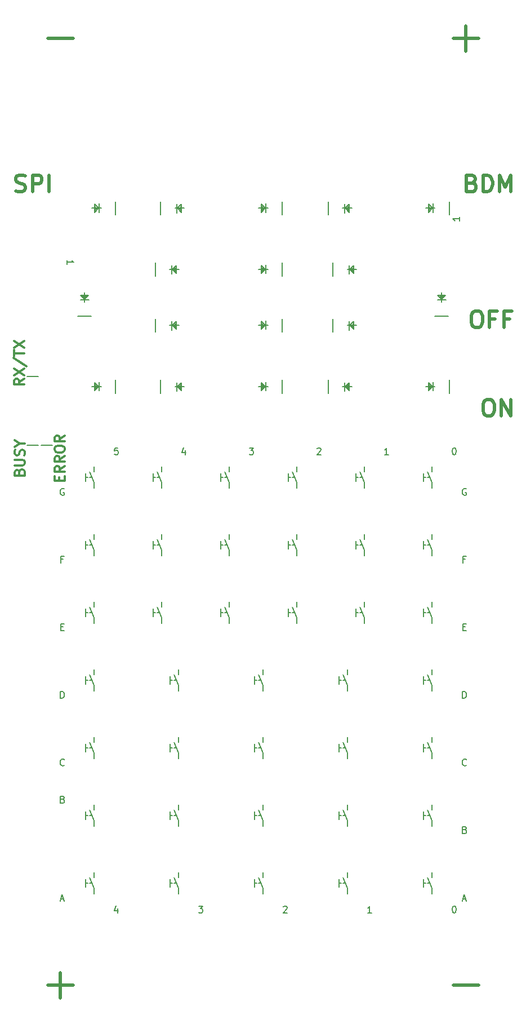
<source format=gto>
G04 (created by PCBNEW (2013-07-07 BZR 4022)-stable) date 1/4/2015 6:38:21 PM*
%MOIN*%
G04 Gerber Fmt 3.4, Leading zero omitted, Abs format*
%FSLAX34Y34*%
G01*
G70*
G90*
G04 APERTURE LIST*
%ADD10C,0.00590551*%
%ADD11C,0.011811*%
%ADD12C,0.00629921*%
%ADD13C,0.019685*%
%ADD14C,0.00787402*%
G04 APERTURE END LIST*
G54D10*
G54D11*
X27567Y-52691D02*
X27595Y-52606D01*
X27623Y-52578D01*
X27679Y-52550D01*
X27764Y-52550D01*
X27820Y-52578D01*
X27848Y-52606D01*
X27876Y-52663D01*
X27876Y-52888D01*
X27286Y-52888D01*
X27286Y-52691D01*
X27314Y-52634D01*
X27342Y-52606D01*
X27398Y-52578D01*
X27455Y-52578D01*
X27511Y-52606D01*
X27539Y-52634D01*
X27567Y-52691D01*
X27567Y-52888D01*
X27286Y-52297D02*
X27764Y-52297D01*
X27820Y-52269D01*
X27848Y-52241D01*
X27876Y-52185D01*
X27876Y-52072D01*
X27848Y-52016D01*
X27820Y-51988D01*
X27764Y-51960D01*
X27286Y-51960D01*
X27848Y-51706D02*
X27876Y-51622D01*
X27876Y-51482D01*
X27848Y-51425D01*
X27820Y-51397D01*
X27764Y-51369D01*
X27708Y-51369D01*
X27651Y-51397D01*
X27623Y-51425D01*
X27595Y-51482D01*
X27567Y-51594D01*
X27539Y-51650D01*
X27511Y-51678D01*
X27455Y-51706D01*
X27398Y-51706D01*
X27342Y-51678D01*
X27314Y-51650D01*
X27286Y-51594D01*
X27286Y-51453D01*
X27314Y-51369D01*
X27595Y-51003D02*
X27876Y-51003D01*
X27286Y-51200D02*
X27595Y-51003D01*
X27286Y-50807D01*
G54D12*
X41168Y-51265D02*
X41412Y-51265D01*
X41281Y-51415D01*
X41337Y-51415D01*
X41374Y-51434D01*
X41393Y-51453D01*
X41412Y-51490D01*
X41412Y-51584D01*
X41393Y-51621D01*
X41374Y-51640D01*
X41337Y-51659D01*
X41225Y-51659D01*
X41187Y-51640D01*
X41168Y-51621D01*
X37374Y-51396D02*
X37374Y-51659D01*
X37281Y-51246D02*
X37187Y-51528D01*
X37431Y-51528D01*
X30203Y-53684D02*
X30165Y-53665D01*
X30109Y-53665D01*
X30053Y-53684D01*
X30015Y-53721D01*
X29996Y-53759D01*
X29978Y-53834D01*
X29978Y-53890D01*
X29996Y-53965D01*
X30015Y-54003D01*
X30053Y-54040D01*
X30109Y-54059D01*
X30146Y-54059D01*
X30203Y-54040D01*
X30221Y-54021D01*
X30221Y-53890D01*
X30146Y-53890D01*
X53281Y-51265D02*
X53318Y-51265D01*
X53356Y-51284D01*
X53374Y-51303D01*
X53393Y-51340D01*
X53412Y-51415D01*
X53412Y-51509D01*
X53393Y-51584D01*
X53374Y-51621D01*
X53356Y-51640D01*
X53318Y-51659D01*
X53281Y-51659D01*
X53243Y-51640D01*
X53225Y-51621D01*
X53206Y-51584D01*
X53187Y-51509D01*
X53187Y-51415D01*
X53206Y-51340D01*
X53225Y-51303D01*
X53243Y-51284D01*
X53281Y-51265D01*
X29996Y-66059D02*
X29996Y-65665D01*
X30090Y-65665D01*
X30146Y-65684D01*
X30184Y-65721D01*
X30203Y-65759D01*
X30221Y-65834D01*
X30221Y-65890D01*
X30203Y-65965D01*
X30184Y-66003D01*
X30146Y-66040D01*
X30090Y-66059D01*
X29996Y-66059D01*
X30221Y-70021D02*
X30203Y-70040D01*
X30146Y-70059D01*
X30109Y-70059D01*
X30053Y-70040D01*
X30015Y-70003D01*
X29996Y-69965D01*
X29978Y-69890D01*
X29978Y-69834D01*
X29996Y-69759D01*
X30015Y-69721D01*
X30053Y-69684D01*
X30109Y-69665D01*
X30146Y-69665D01*
X30203Y-69684D01*
X30221Y-69703D01*
X30006Y-77946D02*
X30193Y-77946D01*
X29968Y-78059D02*
X30100Y-77665D01*
X30231Y-78059D01*
X30128Y-72053D02*
X30184Y-72071D01*
X30203Y-72090D01*
X30221Y-72128D01*
X30221Y-72184D01*
X30203Y-72221D01*
X30184Y-72240D01*
X30146Y-72259D01*
X29996Y-72259D01*
X29996Y-71865D01*
X30128Y-71865D01*
X30165Y-71884D01*
X30184Y-71903D01*
X30203Y-71940D01*
X30203Y-71978D01*
X30184Y-72015D01*
X30165Y-72034D01*
X30128Y-72053D01*
X29996Y-72053D01*
X30156Y-57853D02*
X30025Y-57853D01*
X30025Y-58059D02*
X30025Y-57665D01*
X30212Y-57665D01*
X30015Y-61853D02*
X30146Y-61853D01*
X30203Y-62059D02*
X30015Y-62059D01*
X30015Y-61665D01*
X30203Y-61665D01*
X33393Y-51265D02*
X33206Y-51265D01*
X33187Y-51453D01*
X33206Y-51434D01*
X33243Y-51415D01*
X33337Y-51415D01*
X33374Y-51434D01*
X33393Y-51453D01*
X33412Y-51490D01*
X33412Y-51584D01*
X33393Y-51621D01*
X33374Y-51640D01*
X33337Y-51659D01*
X33243Y-51659D01*
X33206Y-51640D01*
X33187Y-51621D01*
X45187Y-51303D02*
X45206Y-51284D01*
X45243Y-51265D01*
X45337Y-51265D01*
X45374Y-51284D01*
X45393Y-51303D01*
X45412Y-51340D01*
X45412Y-51378D01*
X45393Y-51434D01*
X45168Y-51659D01*
X45412Y-51659D01*
X49412Y-51659D02*
X49187Y-51659D01*
X49300Y-51659D02*
X49300Y-51265D01*
X49262Y-51321D01*
X49225Y-51359D01*
X49187Y-51378D01*
X48412Y-78759D02*
X48187Y-78759D01*
X48300Y-78759D02*
X48300Y-78365D01*
X48262Y-78421D01*
X48225Y-78459D01*
X48187Y-78478D01*
X43187Y-78403D02*
X43206Y-78384D01*
X43243Y-78365D01*
X43337Y-78365D01*
X43374Y-78384D01*
X43393Y-78403D01*
X43412Y-78440D01*
X43412Y-78478D01*
X43393Y-78534D01*
X43168Y-78759D01*
X43412Y-78759D01*
X53815Y-61853D02*
X53946Y-61853D01*
X54003Y-62059D02*
X53815Y-62059D01*
X53815Y-61665D01*
X54003Y-61665D01*
X53956Y-57853D02*
X53825Y-57853D01*
X53825Y-58059D02*
X53825Y-57665D01*
X54012Y-57665D01*
X53928Y-73853D02*
X53984Y-73871D01*
X54003Y-73890D01*
X54021Y-73928D01*
X54021Y-73984D01*
X54003Y-74021D01*
X53984Y-74040D01*
X53946Y-74059D01*
X53796Y-74059D01*
X53796Y-73665D01*
X53928Y-73665D01*
X53965Y-73684D01*
X53984Y-73703D01*
X54003Y-73740D01*
X54003Y-73778D01*
X53984Y-73815D01*
X53965Y-73834D01*
X53928Y-73853D01*
X53796Y-73853D01*
X53806Y-77946D02*
X53993Y-77946D01*
X53768Y-78059D02*
X53900Y-77665D01*
X54031Y-78059D01*
X54021Y-70021D02*
X54003Y-70040D01*
X53946Y-70059D01*
X53909Y-70059D01*
X53853Y-70040D01*
X53815Y-70003D01*
X53796Y-69965D01*
X53778Y-69890D01*
X53778Y-69834D01*
X53796Y-69759D01*
X53815Y-69721D01*
X53853Y-69684D01*
X53909Y-69665D01*
X53946Y-69665D01*
X54003Y-69684D01*
X54021Y-69703D01*
X53796Y-66059D02*
X53796Y-65665D01*
X53890Y-65665D01*
X53946Y-65684D01*
X53984Y-65721D01*
X54003Y-65759D01*
X54021Y-65834D01*
X54021Y-65890D01*
X54003Y-65965D01*
X53984Y-66003D01*
X53946Y-66040D01*
X53890Y-66059D01*
X53796Y-66059D01*
X53281Y-78365D02*
X53318Y-78365D01*
X53356Y-78384D01*
X53374Y-78403D01*
X53393Y-78440D01*
X53412Y-78515D01*
X53412Y-78609D01*
X53393Y-78684D01*
X53374Y-78721D01*
X53356Y-78740D01*
X53318Y-78759D01*
X53281Y-78759D01*
X53243Y-78740D01*
X53225Y-78721D01*
X53206Y-78684D01*
X53187Y-78609D01*
X53187Y-78515D01*
X53206Y-78440D01*
X53225Y-78403D01*
X53243Y-78384D01*
X53281Y-78365D01*
X54003Y-53684D02*
X53965Y-53665D01*
X53909Y-53665D01*
X53853Y-53684D01*
X53815Y-53721D01*
X53796Y-53759D01*
X53778Y-53834D01*
X53778Y-53890D01*
X53796Y-53965D01*
X53815Y-54003D01*
X53853Y-54040D01*
X53909Y-54059D01*
X53946Y-54059D01*
X54003Y-54040D01*
X54021Y-54021D01*
X54021Y-53890D01*
X53946Y-53890D01*
X33374Y-78496D02*
X33374Y-78759D01*
X33281Y-78346D02*
X33187Y-78628D01*
X33431Y-78628D01*
X38168Y-78365D02*
X38412Y-78365D01*
X38281Y-78515D01*
X38337Y-78515D01*
X38374Y-78534D01*
X38393Y-78553D01*
X38412Y-78590D01*
X38412Y-78684D01*
X38393Y-78721D01*
X38374Y-78740D01*
X38337Y-78759D01*
X38225Y-78759D01*
X38187Y-78740D01*
X38168Y-78721D01*
X53623Y-37604D02*
X53623Y-37829D01*
X53623Y-37716D02*
X53230Y-37716D01*
X53286Y-37754D01*
X53323Y-37791D01*
X53342Y-37829D01*
X30391Y-40388D02*
X30391Y-40163D01*
X30391Y-40275D02*
X30785Y-40275D01*
X30729Y-40238D01*
X30691Y-40200D01*
X30673Y-40163D01*
G54D13*
X53250Y-83046D02*
X54749Y-83046D01*
X29250Y-27046D02*
X30749Y-27046D01*
X29250Y-83046D02*
X30749Y-83046D01*
X30000Y-83796D02*
X30000Y-82296D01*
X53250Y-27046D02*
X54749Y-27046D01*
X54000Y-27796D02*
X54000Y-26296D01*
G54D11*
X27837Y-47173D02*
X27556Y-47370D01*
X27837Y-47511D02*
X27246Y-47511D01*
X27246Y-47286D01*
X27275Y-47230D01*
X27303Y-47201D01*
X27359Y-47173D01*
X27443Y-47173D01*
X27500Y-47201D01*
X27528Y-47230D01*
X27556Y-47286D01*
X27556Y-47511D01*
X27246Y-46976D02*
X27837Y-46583D01*
X27246Y-46583D02*
X27837Y-46976D01*
X27218Y-45936D02*
X27978Y-46442D01*
X27246Y-45823D02*
X27246Y-45486D01*
X27837Y-45655D02*
X27246Y-45655D01*
X27246Y-45345D02*
X27837Y-44952D01*
X27246Y-44952D02*
X27837Y-45345D01*
X29929Y-53211D02*
X29929Y-53014D01*
X30239Y-52930D02*
X30239Y-53211D01*
X29648Y-53211D01*
X29648Y-52930D01*
X30239Y-52339D02*
X29957Y-52536D01*
X30239Y-52677D02*
X29648Y-52677D01*
X29648Y-52452D01*
X29676Y-52395D01*
X29704Y-52367D01*
X29760Y-52339D01*
X29845Y-52339D01*
X29901Y-52367D01*
X29929Y-52395D01*
X29957Y-52452D01*
X29957Y-52677D01*
X30239Y-51749D02*
X29957Y-51946D01*
X30239Y-52086D02*
X29648Y-52086D01*
X29648Y-51861D01*
X29676Y-51805D01*
X29704Y-51777D01*
X29760Y-51749D01*
X29845Y-51749D01*
X29901Y-51777D01*
X29929Y-51805D01*
X29957Y-51861D01*
X29957Y-52086D01*
X29648Y-51383D02*
X29648Y-51271D01*
X29676Y-51214D01*
X29732Y-51158D01*
X29845Y-51130D01*
X30042Y-51130D01*
X30154Y-51158D01*
X30210Y-51214D01*
X30239Y-51271D01*
X30239Y-51383D01*
X30210Y-51439D01*
X30154Y-51496D01*
X30042Y-51524D01*
X29845Y-51524D01*
X29732Y-51496D01*
X29676Y-51439D01*
X29648Y-51383D01*
X30239Y-50539D02*
X29957Y-50736D01*
X30239Y-50877D02*
X29648Y-50877D01*
X29648Y-50652D01*
X29676Y-50596D01*
X29704Y-50568D01*
X29760Y-50539D01*
X29845Y-50539D01*
X29901Y-50568D01*
X29929Y-50596D01*
X29957Y-50652D01*
X29957Y-50877D01*
G54D13*
X27352Y-36060D02*
X27493Y-36107D01*
X27727Y-36107D01*
X27821Y-36060D01*
X27868Y-36013D01*
X27915Y-35919D01*
X27915Y-35825D01*
X27868Y-35732D01*
X27821Y-35685D01*
X27727Y-35638D01*
X27540Y-35591D01*
X27446Y-35544D01*
X27399Y-35497D01*
X27352Y-35404D01*
X27352Y-35310D01*
X27399Y-35216D01*
X27446Y-35169D01*
X27540Y-35122D01*
X27774Y-35122D01*
X27915Y-35169D01*
X28337Y-36107D02*
X28337Y-35122D01*
X28712Y-35122D01*
X28805Y-35169D01*
X28852Y-35216D01*
X28899Y-35310D01*
X28899Y-35450D01*
X28852Y-35544D01*
X28805Y-35591D01*
X28712Y-35638D01*
X28337Y-35638D01*
X29321Y-36107D02*
X29321Y-35122D01*
X54358Y-35591D02*
X54499Y-35638D01*
X54546Y-35685D01*
X54593Y-35778D01*
X54593Y-35919D01*
X54546Y-36013D01*
X54499Y-36060D01*
X54405Y-36107D01*
X54030Y-36107D01*
X54030Y-35122D01*
X54358Y-35122D01*
X54452Y-35169D01*
X54499Y-35216D01*
X54546Y-35310D01*
X54546Y-35404D01*
X54499Y-35497D01*
X54452Y-35544D01*
X54358Y-35591D01*
X54030Y-35591D01*
X55014Y-36107D02*
X55014Y-35122D01*
X55249Y-35122D01*
X55389Y-35169D01*
X55483Y-35263D01*
X55530Y-35357D01*
X55577Y-35544D01*
X55577Y-35685D01*
X55530Y-35872D01*
X55483Y-35966D01*
X55389Y-36060D01*
X55249Y-36107D01*
X55014Y-36107D01*
X55999Y-36107D02*
X55999Y-35122D01*
X56327Y-35825D01*
X56655Y-35122D01*
X56655Y-36107D01*
X55249Y-48390D02*
X55436Y-48390D01*
X55530Y-48437D01*
X55624Y-48531D01*
X55671Y-48718D01*
X55671Y-49046D01*
X55624Y-49234D01*
X55530Y-49327D01*
X55436Y-49374D01*
X55249Y-49374D01*
X55155Y-49327D01*
X55061Y-49234D01*
X55014Y-49046D01*
X55014Y-48718D01*
X55061Y-48531D01*
X55155Y-48437D01*
X55249Y-48390D01*
X56092Y-49374D02*
X56092Y-48390D01*
X56655Y-49374D01*
X56655Y-48390D01*
X54553Y-43154D02*
X54741Y-43154D01*
X54835Y-43201D01*
X54928Y-43294D01*
X54975Y-43482D01*
X54975Y-43810D01*
X54928Y-43997D01*
X54835Y-44091D01*
X54741Y-44138D01*
X54553Y-44138D01*
X54460Y-44091D01*
X54366Y-43997D01*
X54319Y-43810D01*
X54319Y-43482D01*
X54366Y-43294D01*
X54460Y-43201D01*
X54553Y-43154D01*
X55725Y-43622D02*
X55397Y-43622D01*
X55397Y-44138D02*
X55397Y-43154D01*
X55866Y-43154D01*
X56569Y-43622D02*
X56241Y-43622D01*
X56241Y-44138D02*
X56241Y-43154D01*
X56709Y-43154D01*
G54D14*
X46122Y-41102D02*
X46122Y-40314D01*
X47519Y-40708D02*
X46968Y-40708D01*
X47086Y-40984D02*
X47086Y-40472D01*
X47244Y-40767D02*
X47244Y-40649D01*
X47302Y-40590D02*
X47302Y-40826D01*
X47362Y-40944D02*
X47362Y-40472D01*
X47362Y-40472D02*
X47126Y-40708D01*
X47126Y-40708D02*
X47362Y-40944D01*
X35610Y-44409D02*
X35610Y-43622D01*
X37007Y-44015D02*
X36456Y-44015D01*
X36574Y-44291D02*
X36574Y-43779D01*
X36732Y-44075D02*
X36732Y-43957D01*
X36790Y-43897D02*
X36790Y-44133D01*
X36850Y-44251D02*
X36850Y-43779D01*
X36850Y-43779D02*
X36614Y-44015D01*
X36614Y-44015D02*
X36850Y-44251D01*
X53011Y-47244D02*
X53011Y-48031D01*
X51614Y-47637D02*
X52165Y-47637D01*
X52047Y-47362D02*
X52047Y-47874D01*
X51889Y-47578D02*
X51889Y-47696D01*
X51831Y-47755D02*
X51831Y-47519D01*
X51771Y-47401D02*
X51771Y-47873D01*
X51771Y-47873D02*
X52007Y-47637D01*
X52007Y-47637D02*
X51771Y-47401D01*
X45846Y-48031D02*
X45846Y-47244D01*
X47244Y-47637D02*
X46692Y-47637D01*
X46811Y-47913D02*
X46811Y-47401D01*
X46968Y-47697D02*
X46968Y-47579D01*
X47027Y-47519D02*
X47027Y-47755D01*
X47086Y-47873D02*
X47086Y-47401D01*
X47086Y-47401D02*
X46850Y-47637D01*
X46850Y-47637D02*
X47086Y-47873D01*
X43129Y-47244D02*
X43129Y-48031D01*
X41732Y-47637D02*
X42283Y-47637D01*
X42165Y-47362D02*
X42165Y-47874D01*
X42007Y-47578D02*
X42007Y-47696D01*
X41949Y-47755D02*
X41949Y-47519D01*
X41889Y-47401D02*
X41889Y-47873D01*
X41889Y-47873D02*
X42125Y-47637D01*
X42125Y-47637D02*
X41889Y-47401D01*
X35925Y-48031D02*
X35925Y-47244D01*
X37322Y-47637D02*
X36771Y-47637D01*
X36889Y-47913D02*
X36889Y-47401D01*
X37047Y-47697D02*
X37047Y-47579D01*
X37105Y-47519D02*
X37105Y-47755D01*
X37165Y-47873D02*
X37165Y-47401D01*
X37165Y-47401D02*
X36929Y-47637D01*
X36929Y-47637D02*
X37165Y-47873D01*
X33248Y-47244D02*
X33248Y-48031D01*
X31850Y-47637D02*
X32401Y-47637D01*
X32283Y-47362D02*
X32283Y-47874D01*
X32125Y-47578D02*
X32125Y-47696D01*
X32067Y-47755D02*
X32067Y-47519D01*
X32007Y-47401D02*
X32007Y-47873D01*
X32007Y-47873D02*
X32243Y-47637D01*
X32243Y-47637D02*
X32007Y-47401D01*
X52952Y-43484D02*
X52165Y-43484D01*
X52559Y-42086D02*
X52559Y-42637D01*
X52834Y-42519D02*
X52322Y-42519D01*
X52618Y-42362D02*
X52500Y-42362D01*
X52441Y-42303D02*
X52677Y-42303D01*
X52795Y-42244D02*
X52323Y-42244D01*
X52323Y-42244D02*
X52559Y-42480D01*
X52559Y-42480D02*
X52795Y-42244D01*
X43129Y-40314D02*
X43129Y-41102D01*
X41732Y-40708D02*
X42283Y-40708D01*
X42165Y-40433D02*
X42165Y-40944D01*
X42007Y-40649D02*
X42007Y-40767D01*
X41949Y-40826D02*
X41949Y-40590D01*
X41889Y-40472D02*
X41889Y-40944D01*
X41889Y-40944D02*
X42125Y-40708D01*
X42125Y-40708D02*
X41889Y-40472D01*
X35610Y-41102D02*
X35610Y-40314D01*
X37007Y-40708D02*
X36456Y-40708D01*
X36574Y-40984D02*
X36574Y-40472D01*
X36732Y-40767D02*
X36732Y-40649D01*
X36790Y-40590D02*
X36790Y-40826D01*
X36850Y-40944D02*
X36850Y-40472D01*
X36850Y-40472D02*
X36614Y-40708D01*
X36614Y-40708D02*
X36850Y-40944D01*
X31811Y-43484D02*
X31023Y-43484D01*
X31417Y-42086D02*
X31417Y-42637D01*
X31692Y-42519D02*
X31181Y-42519D01*
X31476Y-42362D02*
X31358Y-42362D01*
X31299Y-42303D02*
X31535Y-42303D01*
X31653Y-42244D02*
X31181Y-42244D01*
X31181Y-42244D02*
X31417Y-42480D01*
X31417Y-42480D02*
X31653Y-42244D01*
X53011Y-36692D02*
X53011Y-37480D01*
X51614Y-37086D02*
X52165Y-37086D01*
X52047Y-36811D02*
X52047Y-37322D01*
X51889Y-37027D02*
X51889Y-37145D01*
X51831Y-37204D02*
X51831Y-36968D01*
X51771Y-36850D02*
X51771Y-37322D01*
X51771Y-37322D02*
X52007Y-37086D01*
X52007Y-37086D02*
X51771Y-36850D01*
X45846Y-37480D02*
X45846Y-36692D01*
X47244Y-37086D02*
X46692Y-37086D01*
X46811Y-37362D02*
X46811Y-36850D01*
X46968Y-37145D02*
X46968Y-37027D01*
X47027Y-36968D02*
X47027Y-37204D01*
X47086Y-37322D02*
X47086Y-36850D01*
X47086Y-36850D02*
X46850Y-37086D01*
X46850Y-37086D02*
X47086Y-37322D01*
X43129Y-36692D02*
X43129Y-37480D01*
X41732Y-37086D02*
X42283Y-37086D01*
X42165Y-36811D02*
X42165Y-37322D01*
X42007Y-37027D02*
X42007Y-37145D01*
X41949Y-37204D02*
X41949Y-36968D01*
X41889Y-36850D02*
X41889Y-37322D01*
X41889Y-37322D02*
X42125Y-37086D01*
X42125Y-37086D02*
X41889Y-36850D01*
X35925Y-37480D02*
X35925Y-36692D01*
X37322Y-37086D02*
X36771Y-37086D01*
X36889Y-37362D02*
X36889Y-36850D01*
X37047Y-37145D02*
X37047Y-37027D01*
X37105Y-36968D02*
X37105Y-37204D01*
X37165Y-37322D02*
X37165Y-36850D01*
X37165Y-36850D02*
X36929Y-37086D01*
X36929Y-37086D02*
X37165Y-37322D01*
X33248Y-36692D02*
X33248Y-37480D01*
X31850Y-37086D02*
X32401Y-37086D01*
X32283Y-36811D02*
X32283Y-37322D01*
X32125Y-37027D02*
X32125Y-37145D01*
X32067Y-37204D02*
X32067Y-36968D01*
X32007Y-36850D02*
X32007Y-37322D01*
X32007Y-37322D02*
X32243Y-37086D01*
X32243Y-37086D02*
X32007Y-36850D01*
X43129Y-43622D02*
X43129Y-44409D01*
X41732Y-44015D02*
X42283Y-44015D01*
X42165Y-43740D02*
X42165Y-44251D01*
X42007Y-43956D02*
X42007Y-44074D01*
X41949Y-44133D02*
X41949Y-43897D01*
X41889Y-43779D02*
X41889Y-44251D01*
X41889Y-44251D02*
X42125Y-44015D01*
X42125Y-44015D02*
X41889Y-43779D01*
X46122Y-44409D02*
X46122Y-43622D01*
X47519Y-44015D02*
X46968Y-44015D01*
X47086Y-44291D02*
X47086Y-43779D01*
X47244Y-44075D02*
X47244Y-43957D01*
X47302Y-43897D02*
X47302Y-44133D01*
X47362Y-44251D02*
X47362Y-43779D01*
X47362Y-43779D02*
X47126Y-44015D01*
X47126Y-44015D02*
X47362Y-44251D01*
X28681Y-47047D02*
X28011Y-47047D01*
X28011Y-51102D02*
X28681Y-51102D01*
X28838Y-51102D02*
X29507Y-51102D01*
X41606Y-73000D02*
X41488Y-73000D01*
X41724Y-73000D02*
X41842Y-73000D01*
X41488Y-73236D02*
X41488Y-72763D01*
X42000Y-73314D02*
X41724Y-72685D01*
X42000Y-72370D02*
X42000Y-72685D01*
X42000Y-73629D02*
X42000Y-73314D01*
X41606Y-77000D02*
X41488Y-77000D01*
X41724Y-77000D02*
X41842Y-77000D01*
X41488Y-77236D02*
X41488Y-76763D01*
X42000Y-77314D02*
X41724Y-76685D01*
X42000Y-76370D02*
X42000Y-76685D01*
X42000Y-77629D02*
X42000Y-77314D01*
X36606Y-77000D02*
X36488Y-77000D01*
X36724Y-77000D02*
X36842Y-77000D01*
X36488Y-77236D02*
X36488Y-76763D01*
X37000Y-77314D02*
X36724Y-76685D01*
X37000Y-76370D02*
X37000Y-76685D01*
X37000Y-77629D02*
X37000Y-77314D01*
X31606Y-77000D02*
X31488Y-77000D01*
X31724Y-77000D02*
X31842Y-77000D01*
X31488Y-77236D02*
X31488Y-76763D01*
X32000Y-77314D02*
X31724Y-76685D01*
X32000Y-76370D02*
X32000Y-76685D01*
X32000Y-77629D02*
X32000Y-77314D01*
X31606Y-53000D02*
X31488Y-53000D01*
X31724Y-53000D02*
X31842Y-53000D01*
X31488Y-53236D02*
X31488Y-52763D01*
X32000Y-53314D02*
X31724Y-52685D01*
X32000Y-52370D02*
X32000Y-52685D01*
X32000Y-53629D02*
X32000Y-53314D01*
X36606Y-69000D02*
X36488Y-69000D01*
X36724Y-69000D02*
X36842Y-69000D01*
X36488Y-69236D02*
X36488Y-68763D01*
X37000Y-69314D02*
X36724Y-68685D01*
X37000Y-68370D02*
X37000Y-68685D01*
X37000Y-69629D02*
X37000Y-69314D01*
X36606Y-65000D02*
X36488Y-65000D01*
X36724Y-65000D02*
X36842Y-65000D01*
X36488Y-65236D02*
X36488Y-64763D01*
X37000Y-65314D02*
X36724Y-64685D01*
X37000Y-64370D02*
X37000Y-64685D01*
X37000Y-65629D02*
X37000Y-65314D01*
X39606Y-61000D02*
X39488Y-61000D01*
X39724Y-61000D02*
X39842Y-61000D01*
X39488Y-61236D02*
X39488Y-60763D01*
X40000Y-61314D02*
X39724Y-60685D01*
X40000Y-60370D02*
X40000Y-60685D01*
X40000Y-61629D02*
X40000Y-61314D01*
X31606Y-73000D02*
X31488Y-73000D01*
X31724Y-73000D02*
X31842Y-73000D01*
X31488Y-73236D02*
X31488Y-72763D01*
X32000Y-73314D02*
X31724Y-72685D01*
X32000Y-72370D02*
X32000Y-72685D01*
X32000Y-73629D02*
X32000Y-73314D01*
X31606Y-69000D02*
X31488Y-69000D01*
X31724Y-69000D02*
X31842Y-69000D01*
X31488Y-69236D02*
X31488Y-68763D01*
X32000Y-69314D02*
X31724Y-68685D01*
X32000Y-68370D02*
X32000Y-68685D01*
X32000Y-69629D02*
X32000Y-69314D01*
X36606Y-73000D02*
X36488Y-73000D01*
X36724Y-73000D02*
X36842Y-73000D01*
X36488Y-73236D02*
X36488Y-72763D01*
X37000Y-73314D02*
X36724Y-72685D01*
X37000Y-72370D02*
X37000Y-72685D01*
X37000Y-73629D02*
X37000Y-73314D01*
X35606Y-53000D02*
X35488Y-53000D01*
X35724Y-53000D02*
X35842Y-53000D01*
X35488Y-53236D02*
X35488Y-52763D01*
X36000Y-53314D02*
X35724Y-52685D01*
X36000Y-52370D02*
X36000Y-52685D01*
X36000Y-53629D02*
X36000Y-53314D01*
X39606Y-53000D02*
X39488Y-53000D01*
X39724Y-53000D02*
X39842Y-53000D01*
X39488Y-53236D02*
X39488Y-52763D01*
X40000Y-53314D02*
X39724Y-52685D01*
X40000Y-52370D02*
X40000Y-52685D01*
X40000Y-53629D02*
X40000Y-53314D01*
X47606Y-57000D02*
X47488Y-57000D01*
X47724Y-57000D02*
X47842Y-57000D01*
X47488Y-57236D02*
X47488Y-56763D01*
X48000Y-57314D02*
X47724Y-56685D01*
X48000Y-56370D02*
X48000Y-56685D01*
X48000Y-57629D02*
X48000Y-57314D01*
X47606Y-61000D02*
X47488Y-61000D01*
X47724Y-61000D02*
X47842Y-61000D01*
X47488Y-61236D02*
X47488Y-60763D01*
X48000Y-61314D02*
X47724Y-60685D01*
X48000Y-60370D02*
X48000Y-60685D01*
X48000Y-61629D02*
X48000Y-61314D01*
X46606Y-65000D02*
X46488Y-65000D01*
X46724Y-65000D02*
X46842Y-65000D01*
X46488Y-65236D02*
X46488Y-64763D01*
X47000Y-65314D02*
X46724Y-64685D01*
X47000Y-64370D02*
X47000Y-64685D01*
X47000Y-65629D02*
X47000Y-65314D01*
X41606Y-69000D02*
X41488Y-69000D01*
X41724Y-69000D02*
X41842Y-69000D01*
X41488Y-69236D02*
X41488Y-68763D01*
X42000Y-69314D02*
X41724Y-68685D01*
X42000Y-68370D02*
X42000Y-68685D01*
X42000Y-69629D02*
X42000Y-69314D01*
X31606Y-65000D02*
X31488Y-65000D01*
X31724Y-65000D02*
X31842Y-65000D01*
X31488Y-65236D02*
X31488Y-64763D01*
X32000Y-65314D02*
X31724Y-64685D01*
X32000Y-64370D02*
X32000Y-64685D01*
X32000Y-65629D02*
X32000Y-65314D01*
X41606Y-65000D02*
X41488Y-65000D01*
X41724Y-65000D02*
X41842Y-65000D01*
X41488Y-65236D02*
X41488Y-64763D01*
X42000Y-65314D02*
X41724Y-64685D01*
X42000Y-64370D02*
X42000Y-64685D01*
X42000Y-65629D02*
X42000Y-65314D01*
X43606Y-61000D02*
X43488Y-61000D01*
X43724Y-61000D02*
X43842Y-61000D01*
X43488Y-61236D02*
X43488Y-60763D01*
X44000Y-61314D02*
X43724Y-60685D01*
X44000Y-60370D02*
X44000Y-60685D01*
X44000Y-61629D02*
X44000Y-61314D01*
X43606Y-57000D02*
X43488Y-57000D01*
X43724Y-57000D02*
X43842Y-57000D01*
X43488Y-57236D02*
X43488Y-56763D01*
X44000Y-57314D02*
X43724Y-56685D01*
X44000Y-56370D02*
X44000Y-56685D01*
X44000Y-57629D02*
X44000Y-57314D01*
X46606Y-77000D02*
X46488Y-77000D01*
X46724Y-77000D02*
X46842Y-77000D01*
X46488Y-77236D02*
X46488Y-76763D01*
X47000Y-77314D02*
X46724Y-76685D01*
X47000Y-76370D02*
X47000Y-76685D01*
X47000Y-77629D02*
X47000Y-77314D01*
X46606Y-69000D02*
X46488Y-69000D01*
X46724Y-69000D02*
X46842Y-69000D01*
X46488Y-69236D02*
X46488Y-68763D01*
X47000Y-69314D02*
X46724Y-68685D01*
X47000Y-68370D02*
X47000Y-68685D01*
X47000Y-69629D02*
X47000Y-69314D01*
X46606Y-73000D02*
X46488Y-73000D01*
X46724Y-73000D02*
X46842Y-73000D01*
X46488Y-73236D02*
X46488Y-72763D01*
X47000Y-73314D02*
X46724Y-72685D01*
X47000Y-72370D02*
X47000Y-72685D01*
X47000Y-73629D02*
X47000Y-73314D01*
X43606Y-53000D02*
X43488Y-53000D01*
X43724Y-53000D02*
X43842Y-53000D01*
X43488Y-53236D02*
X43488Y-52763D01*
X44000Y-53314D02*
X43724Y-52685D01*
X44000Y-52370D02*
X44000Y-52685D01*
X44000Y-53629D02*
X44000Y-53314D01*
X51606Y-77000D02*
X51488Y-77000D01*
X51724Y-77000D02*
X51842Y-77000D01*
X51488Y-77236D02*
X51488Y-76763D01*
X52000Y-77314D02*
X51724Y-76685D01*
X52000Y-76370D02*
X52000Y-76685D01*
X52000Y-77629D02*
X52000Y-77314D01*
X51606Y-73000D02*
X51488Y-73000D01*
X51724Y-73000D02*
X51842Y-73000D01*
X51488Y-73236D02*
X51488Y-72763D01*
X52000Y-73314D02*
X51724Y-72685D01*
X52000Y-72370D02*
X52000Y-72685D01*
X52000Y-73629D02*
X52000Y-73314D01*
X51606Y-69000D02*
X51488Y-69000D01*
X51724Y-69000D02*
X51842Y-69000D01*
X51488Y-69236D02*
X51488Y-68763D01*
X52000Y-69314D02*
X51724Y-68685D01*
X52000Y-68370D02*
X52000Y-68685D01*
X52000Y-69629D02*
X52000Y-69314D01*
X51606Y-65000D02*
X51488Y-65000D01*
X51724Y-65000D02*
X51842Y-65000D01*
X51488Y-65236D02*
X51488Y-64763D01*
X52000Y-65314D02*
X51724Y-64685D01*
X52000Y-64370D02*
X52000Y-64685D01*
X52000Y-65629D02*
X52000Y-65314D01*
X51606Y-61000D02*
X51488Y-61000D01*
X51724Y-61000D02*
X51842Y-61000D01*
X51488Y-61236D02*
X51488Y-60763D01*
X52000Y-61314D02*
X51724Y-60685D01*
X52000Y-60370D02*
X52000Y-60685D01*
X52000Y-61629D02*
X52000Y-61314D01*
X51606Y-53000D02*
X51488Y-53000D01*
X51724Y-53000D02*
X51842Y-53000D01*
X51488Y-53236D02*
X51488Y-52763D01*
X52000Y-53314D02*
X51724Y-52685D01*
X52000Y-52370D02*
X52000Y-52685D01*
X52000Y-53629D02*
X52000Y-53314D01*
X51606Y-57000D02*
X51488Y-57000D01*
X51724Y-57000D02*
X51842Y-57000D01*
X51488Y-57236D02*
X51488Y-56763D01*
X52000Y-57314D02*
X51724Y-56685D01*
X52000Y-56370D02*
X52000Y-56685D01*
X52000Y-57629D02*
X52000Y-57314D01*
X39606Y-57000D02*
X39488Y-57000D01*
X39724Y-57000D02*
X39842Y-57000D01*
X39488Y-57236D02*
X39488Y-56763D01*
X40000Y-57314D02*
X39724Y-56685D01*
X40000Y-56370D02*
X40000Y-56685D01*
X40000Y-57629D02*
X40000Y-57314D01*
X35606Y-57000D02*
X35488Y-57000D01*
X35724Y-57000D02*
X35842Y-57000D01*
X35488Y-57236D02*
X35488Y-56763D01*
X36000Y-57314D02*
X35724Y-56685D01*
X36000Y-56370D02*
X36000Y-56685D01*
X36000Y-57629D02*
X36000Y-57314D01*
X35606Y-61000D02*
X35488Y-61000D01*
X35724Y-61000D02*
X35842Y-61000D01*
X35488Y-61236D02*
X35488Y-60763D01*
X36000Y-61314D02*
X35724Y-60685D01*
X36000Y-60370D02*
X36000Y-60685D01*
X36000Y-61629D02*
X36000Y-61314D01*
X31606Y-61000D02*
X31488Y-61000D01*
X31724Y-61000D02*
X31842Y-61000D01*
X31488Y-61236D02*
X31488Y-60763D01*
X32000Y-61314D02*
X31724Y-60685D01*
X32000Y-60370D02*
X32000Y-60685D01*
X32000Y-61629D02*
X32000Y-61314D01*
X47606Y-53000D02*
X47488Y-53000D01*
X47724Y-53000D02*
X47842Y-53000D01*
X47488Y-53236D02*
X47488Y-52763D01*
X48000Y-53314D02*
X47724Y-52685D01*
X48000Y-52370D02*
X48000Y-52685D01*
X48000Y-53629D02*
X48000Y-53314D01*
X31606Y-57000D02*
X31488Y-57000D01*
X31724Y-57000D02*
X31842Y-57000D01*
X31488Y-57236D02*
X31488Y-56763D01*
X32000Y-57314D02*
X31724Y-56685D01*
X32000Y-56370D02*
X32000Y-56685D01*
X32000Y-57629D02*
X32000Y-57314D01*
M02*

</source>
